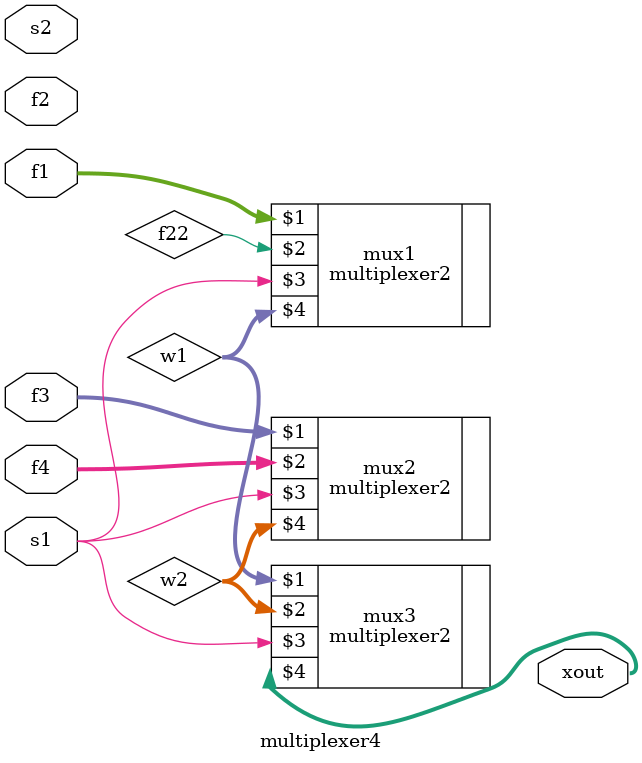
<source format=v>
`timescale 1ns / 1ps
module multiplexer4(f1,f2,f3,f4,s1,s2,xout);

input[7:0] f1,f2,f3,f4;
input s1,s2;
output[7:0] xout;

wire [7:0] w1,w2;

multiplexer2 mux1(f1,f22,s1,w1);
multiplexer2 mux2(f3,f4,s1,w2);
multiplexer2 mux3(w1,w2,s1,xout);


endmodule

</source>
